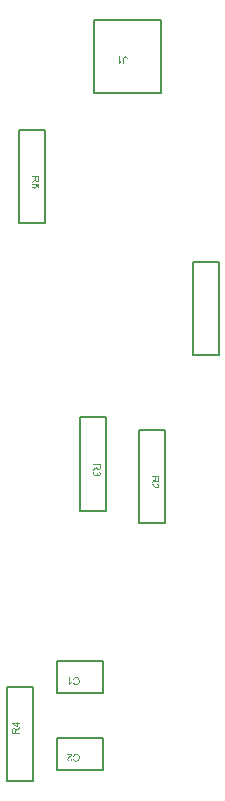
<source format=gbr>
G04*
G04 #@! TF.GenerationSoftware,Altium Limited,Altium Designer,22.4.2 (48)*
G04*
G04 Layer_Color=16711935*
%FSLAX44Y44*%
%MOMM*%
G71*
G04*
G04 #@! TF.SameCoordinates,FA8E5277-3887-454B-883E-EC14CB0092E5*
G04*
G04*
G04 #@! TF.FilePolarity,Positive*
G04*
G01*
G75*
%ADD10C,0.2000*%
G36*
X742685Y577331D02*
X744220D01*
Y576545D01*
X742685D01*
Y573762D01*
X741964D01*
X737822Y576693D01*
Y577331D01*
X741964D01*
Y578200D01*
X742685D01*
Y577331D01*
D02*
G37*
G36*
X744220Y572477D02*
X742889Y571636D01*
X742879D01*
X742861Y571617D01*
X742833Y571599D01*
X742796Y571571D01*
X742695Y571506D01*
X742565Y571423D01*
X742427Y571321D01*
X742279Y571220D01*
X742140Y571118D01*
X742010Y571026D01*
X742001Y571016D01*
X741964Y570989D01*
X741909Y570942D01*
X741844Y570878D01*
X741705Y570739D01*
X741641Y570665D01*
X741585Y570591D01*
X741576Y570582D01*
X741567Y570563D01*
X741548Y570526D01*
X741520Y570471D01*
X741493Y570415D01*
X741465Y570351D01*
X741419Y570203D01*
Y570193D01*
X741409Y570175D01*
Y570138D01*
X741400Y570092D01*
X741391Y570027D01*
Y569953D01*
X741382Y569851D01*
Y568760D01*
X744220D01*
Y567910D01*
X737822D01*
Y570878D01*
X737831Y570952D01*
Y571035D01*
X737841Y571229D01*
X737868Y571432D01*
X737896Y571654D01*
X737942Y571858D01*
X737970Y571959D01*
X737998Y572043D01*
Y572052D01*
X738007Y572061D01*
X738035Y572117D01*
X738072Y572200D01*
X738137Y572301D01*
X738220Y572412D01*
X738331Y572533D01*
X738460Y572644D01*
X738608Y572755D01*
X738617D01*
X738626Y572764D01*
X738682Y572801D01*
X738774Y572838D01*
X738895Y572893D01*
X739033Y572939D01*
X739200Y572986D01*
X739375Y573013D01*
X739570Y573023D01*
X739579D01*
X739597D01*
X739634D01*
X739680Y573013D01*
X739745D01*
X739810Y573004D01*
X739967Y572967D01*
X740152Y572912D01*
X740346Y572838D01*
X740540Y572727D01*
X740633Y572653D01*
X740725Y572579D01*
X740734Y572570D01*
X740744Y572560D01*
X740771Y572533D01*
X740799Y572496D01*
X740836Y572449D01*
X740873Y572394D01*
X740919Y572320D01*
X740975Y572246D01*
X741021Y572154D01*
X741067Y572052D01*
X741123Y571941D01*
X741169Y571821D01*
X741206Y571682D01*
X741252Y571543D01*
X741280Y571386D01*
X741308Y571220D01*
X741317Y571238D01*
X741336Y571275D01*
X741373Y571331D01*
X741409Y571405D01*
X741511Y571571D01*
X741576Y571654D01*
X741631Y571728D01*
X741650Y571747D01*
X741696Y571793D01*
X741770Y571867D01*
X741862Y571959D01*
X741992Y572061D01*
X742131Y572181D01*
X742297Y572301D01*
X742482Y572431D01*
X744220Y573531D01*
Y572477D01*
D02*
G37*
G36*
X760889Y1037162D02*
X760880Y1037088D01*
Y1037005D01*
X760870Y1036811D01*
X760843Y1036608D01*
X760815Y1036386D01*
X760769Y1036182D01*
X760741Y1036080D01*
X760713Y1035997D01*
Y1035988D01*
X760704Y1035979D01*
X760676Y1035923D01*
X760639Y1035840D01*
X760574Y1035738D01*
X760491Y1035628D01*
X760380Y1035507D01*
X760251Y1035396D01*
X760103Y1035285D01*
X760094D01*
X760084Y1035276D01*
X760029Y1035239D01*
X759937Y1035202D01*
X759816Y1035147D01*
X759678Y1035100D01*
X759511Y1035054D01*
X759335Y1035026D01*
X759141Y1035017D01*
X759132D01*
X759114D01*
X759077D01*
X759030Y1035026D01*
X758966D01*
X758901Y1035036D01*
X758744Y1035073D01*
X758559Y1035128D01*
X758365Y1035202D01*
X758171Y1035313D01*
X758078Y1035387D01*
X757986Y1035461D01*
X757976Y1035470D01*
X757967Y1035480D01*
X757939Y1035507D01*
X757912Y1035544D01*
X757875Y1035591D01*
X757838Y1035646D01*
X757792Y1035720D01*
X757736Y1035794D01*
X757690Y1035886D01*
X757644Y1035988D01*
X757588Y1036099D01*
X757542Y1036219D01*
X757505Y1036358D01*
X757459Y1036497D01*
X757431Y1036654D01*
X757403Y1036820D01*
X757394Y1036802D01*
X757375Y1036765D01*
X757338Y1036709D01*
X757301Y1036635D01*
X757200Y1036469D01*
X757135Y1036386D01*
X757080Y1036312D01*
X757061Y1036293D01*
X757015Y1036247D01*
X756941Y1036173D01*
X756848Y1036080D01*
X756719Y1035979D01*
X756580Y1035859D01*
X756414Y1035738D01*
X756229Y1035609D01*
X754491Y1034509D01*
Y1035563D01*
X755822Y1036404D01*
X755831D01*
X755850Y1036423D01*
X755878Y1036441D01*
X755915Y1036469D01*
X756016Y1036534D01*
X756146Y1036617D01*
X756284Y1036718D01*
X756432Y1036820D01*
X756571Y1036922D01*
X756701Y1037014D01*
X756710Y1037024D01*
X756747Y1037051D01*
X756802Y1037097D01*
X756867Y1037162D01*
X757006Y1037301D01*
X757070Y1037375D01*
X757126Y1037449D01*
X757135Y1037458D01*
X757144Y1037477D01*
X757163Y1037514D01*
X757190Y1037569D01*
X757218Y1037625D01*
X757246Y1037689D01*
X757292Y1037837D01*
Y1037846D01*
X757301Y1037865D01*
Y1037902D01*
X757311Y1037948D01*
X757320Y1038013D01*
Y1038087D01*
X757329Y1038188D01*
Y1039279D01*
X754491D01*
Y1040130D01*
X760889D01*
Y1037162D01*
D02*
G37*
G36*
X756229Y1033187D02*
X756220D01*
X756201D01*
X756173Y1033177D01*
X756127Y1033168D01*
X756026Y1033140D01*
X755887Y1033103D01*
X755748Y1033048D01*
X755591Y1032974D01*
X755452Y1032881D01*
X755323Y1032771D01*
X755314Y1032752D01*
X755277Y1032715D01*
X755230Y1032641D01*
X755175Y1032539D01*
X755119Y1032429D01*
X755073Y1032290D01*
X755036Y1032133D01*
X755027Y1031957D01*
Y1031901D01*
X755036Y1031864D01*
X755046Y1031754D01*
X755082Y1031624D01*
X755129Y1031467D01*
X755203Y1031310D01*
X755314Y1031143D01*
X755378Y1031069D01*
X755452Y1030995D01*
X755462Y1030986D01*
X755471Y1030977D01*
X755499Y1030958D01*
X755526Y1030931D01*
X755628Y1030866D01*
X755758Y1030792D01*
X755915Y1030727D01*
X756109Y1030663D01*
X756340Y1030616D01*
X756460Y1030598D01*
X756590D01*
X756599D01*
X756617D01*
X756654D01*
X756701Y1030607D01*
X756756D01*
X756821Y1030616D01*
X756969Y1030644D01*
X757144Y1030690D01*
X757320Y1030755D01*
X757486Y1030847D01*
X757644Y1030977D01*
X757653D01*
X757662Y1030995D01*
X757708Y1031042D01*
X757773Y1031125D01*
X757847Y1031236D01*
X757912Y1031384D01*
X757976Y1031550D01*
X758023Y1031744D01*
X758041Y1031855D01*
Y1032031D01*
X758032Y1032105D01*
X758023Y1032197D01*
X757995Y1032308D01*
X757967Y1032419D01*
X757921Y1032539D01*
X757866Y1032660D01*
X757856Y1032669D01*
X757838Y1032706D01*
X757792Y1032761D01*
X757745Y1032835D01*
X757681Y1032909D01*
X757597Y1032983D01*
X757514Y1033066D01*
X757412Y1033131D01*
X757514Y1033871D01*
X760806Y1033251D01*
Y1030071D01*
X760057D01*
Y1032632D01*
X758328Y1032974D01*
X758337Y1032965D01*
X758346Y1032946D01*
X758365Y1032918D01*
X758392Y1032872D01*
X758420Y1032817D01*
X758457Y1032752D01*
X758531Y1032604D01*
X758605Y1032419D01*
X758670Y1032216D01*
X758716Y1031994D01*
X758735Y1031883D01*
Y1031680D01*
X758725Y1031624D01*
X758716Y1031550D01*
X758707Y1031467D01*
X758688Y1031375D01*
X758661Y1031273D01*
X758596Y1031051D01*
X758550Y1030931D01*
X758485Y1030810D01*
X758420Y1030690D01*
X758346Y1030570D01*
X758254Y1030459D01*
X758152Y1030348D01*
X758143Y1030339D01*
X758124Y1030321D01*
X758097Y1030293D01*
X758050Y1030256D01*
X757986Y1030210D01*
X757921Y1030163D01*
X757838Y1030108D01*
X757745Y1030052D01*
X757644Y1030006D01*
X757533Y1029951D01*
X757403Y1029904D01*
X757274Y1029858D01*
X757135Y1029821D01*
X756978Y1029793D01*
X756821Y1029775D01*
X756654Y1029766D01*
X756645D01*
X756617D01*
X756571D01*
X756506Y1029775D01*
X756432Y1029784D01*
X756349Y1029793D01*
X756247Y1029812D01*
X756146Y1029830D01*
X755905Y1029886D01*
X755656Y1029978D01*
X755526Y1030034D01*
X755406Y1030108D01*
X755277Y1030182D01*
X755156Y1030274D01*
X755147Y1030284D01*
X755119Y1030302D01*
X755082Y1030339D01*
X755036Y1030385D01*
X754981Y1030450D01*
X754907Y1030524D01*
X754842Y1030616D01*
X754768Y1030718D01*
X754694Y1030829D01*
X754630Y1030958D01*
X754565Y1031097D01*
X754500Y1031245D01*
X754454Y1031402D01*
X754417Y1031578D01*
X754389Y1031763D01*
X754380Y1031957D01*
Y1032040D01*
X754389Y1032105D01*
X754398Y1032179D01*
X754408Y1032262D01*
X754417Y1032364D01*
X754445Y1032466D01*
X754500Y1032697D01*
X754583Y1032928D01*
X754639Y1033048D01*
X754704Y1033168D01*
X754777Y1033279D01*
X754861Y1033390D01*
X754870Y1033399D01*
X754879Y1033418D01*
X754916Y1033436D01*
X754953Y1033473D01*
X754999Y1033520D01*
X755055Y1033566D01*
X755129Y1033621D01*
X755212Y1033667D01*
X755295Y1033723D01*
X755397Y1033778D01*
X755619Y1033880D01*
X755878Y1033963D01*
X756016Y1033991D01*
X756164Y1034009D01*
X756229Y1033187D01*
D02*
G37*
G36*
X792391Y615941D02*
X792474D01*
X792576Y615932D01*
X792687Y615913D01*
X792816Y615895D01*
X793084Y615848D01*
X793362Y615774D01*
X793639Y615673D01*
X793768Y615608D01*
X793898Y615534D01*
X793907Y615525D01*
X793926Y615516D01*
X793963Y615488D01*
X794000Y615451D01*
X794055Y615414D01*
X794120Y615358D01*
X794194Y615294D01*
X794268Y615220D01*
X794342Y615136D01*
X794425Y615053D01*
X794591Y614841D01*
X794749Y614591D01*
X794887Y614314D01*
Y614304D01*
X794906Y614277D01*
X794915Y614230D01*
X794943Y614175D01*
X794961Y614101D01*
X794989Y614008D01*
X795026Y613907D01*
X795054Y613796D01*
X795081Y613676D01*
X795118Y613537D01*
X795165Y613250D01*
X795202Y612927D01*
X795220Y612594D01*
Y612585D01*
Y612548D01*
Y612492D01*
X795211Y612427D01*
Y612335D01*
X795202Y612243D01*
X795192Y612122D01*
X795174Y612002D01*
X795128Y611734D01*
X795063Y611438D01*
X794970Y611142D01*
X794841Y610856D01*
X794832Y610846D01*
X794822Y610819D01*
X794804Y610782D01*
X794767Y610736D01*
X794730Y610671D01*
X794684Y610597D01*
X794564Y610430D01*
X794407Y610246D01*
X794222Y610061D01*
X794009Y609876D01*
X793759Y609719D01*
X793750Y609709D01*
X793722Y609700D01*
X793685Y609682D01*
X793639Y609654D01*
X793565Y609626D01*
X793491Y609598D01*
X793399Y609561D01*
X793297Y609524D01*
X793186Y609487D01*
X793066Y609450D01*
X792807Y609395D01*
X792511Y609349D01*
X792206Y609330D01*
X792114D01*
X792049Y609339D01*
X791966Y609349D01*
X791864Y609358D01*
X791762Y609367D01*
X791642Y609395D01*
X791392Y609450D01*
X791115Y609534D01*
X790976Y609589D01*
X790847Y609654D01*
X790717Y609737D01*
X790588Y609820D01*
X790579Y609829D01*
X790560Y609839D01*
X790523Y609866D01*
X790477Y609913D01*
X790431Y609959D01*
X790366Y610024D01*
X790301Y610098D01*
X790228Y610172D01*
X790154Y610264D01*
X790079Y610375D01*
X789996Y610486D01*
X789922Y610606D01*
X789858Y610745D01*
X789784Y610883D01*
X789728Y611031D01*
X789673Y611198D01*
X790505Y611392D01*
Y611383D01*
X790514Y611364D01*
X790533Y611327D01*
X790551Y611281D01*
X790570Y611226D01*
X790597Y611152D01*
X790671Y611004D01*
X790764Y610837D01*
X790875Y610671D01*
X791013Y610514D01*
X791161Y610375D01*
X791180Y610356D01*
X791235Y610320D01*
X791328Y610273D01*
X791448Y610209D01*
X791605Y610153D01*
X791781Y610098D01*
X791993Y610061D01*
X792225Y610051D01*
X792299D01*
X792345Y610061D01*
X792409D01*
X792483Y610070D01*
X792659Y610098D01*
X792853Y610135D01*
X793057Y610199D01*
X793269Y610292D01*
X793463Y610412D01*
X793473D01*
X793482Y610430D01*
X793547Y610477D01*
X793630Y610551D01*
X793732Y610662D01*
X793852Y610800D01*
X793963Y610957D01*
X794064Y611152D01*
X794157Y611364D01*
Y611373D01*
X794166Y611392D01*
X794175Y611420D01*
X794185Y611466D01*
X794203Y611521D01*
X794222Y611586D01*
X794249Y611743D01*
X794286Y611928D01*
X794323Y612132D01*
X794342Y612354D01*
X794351Y612594D01*
Y612603D01*
Y612631D01*
Y612677D01*
Y612733D01*
X794342Y612797D01*
Y612881D01*
X794333Y612973D01*
X794323Y613075D01*
X794296Y613297D01*
X794249Y613537D01*
X794194Y613777D01*
X794120Y614018D01*
Y614027D01*
X794111Y614045D01*
X794092Y614073D01*
X794074Y614119D01*
X794018Y614230D01*
X793935Y614360D01*
X793833Y614508D01*
X793704Y614665D01*
X793556Y614804D01*
X793380Y614933D01*
X793371D01*
X793353Y614942D01*
X793325Y614961D01*
X793288Y614979D01*
X793242Y614998D01*
X793186Y615025D01*
X793057Y615081D01*
X792890Y615136D01*
X792705Y615183D01*
X792502Y615220D01*
X792289Y615229D01*
X792225D01*
X792169Y615220D01*
X792104D01*
X792040Y615210D01*
X791873Y615173D01*
X791679Y615127D01*
X791485Y615053D01*
X791282Y614952D01*
X791180Y614896D01*
X791087Y614822D01*
X791078Y614813D01*
X791069Y614804D01*
X791041Y614776D01*
X791004Y614748D01*
X790967Y614702D01*
X790921Y614646D01*
X790865Y614591D01*
X790819Y614517D01*
X790764Y614434D01*
X790699Y614341D01*
X790643Y614249D01*
X790588Y614138D01*
X790542Y614018D01*
X790496Y613888D01*
X790449Y613750D01*
X790412Y613602D01*
X789562Y613814D01*
Y613824D01*
X789571Y613861D01*
X789589Y613916D01*
X789617Y613990D01*
X789645Y614073D01*
X789682Y614175D01*
X789728Y614286D01*
X789784Y614406D01*
X789913Y614665D01*
X790079Y614924D01*
X790181Y615053D01*
X790283Y615183D01*
X790394Y615294D01*
X790523Y615405D01*
X790533Y615414D01*
X790551Y615432D01*
X790597Y615451D01*
X790643Y615488D01*
X790717Y615534D01*
X790791Y615580D01*
X790893Y615626D01*
X790995Y615673D01*
X791115Y615728D01*
X791245Y615774D01*
X791383Y615821D01*
X791531Y615867D01*
X791688Y615904D01*
X791855Y615922D01*
X792030Y615941D01*
X792215Y615950D01*
X792317D01*
X792391Y615941D01*
D02*
G37*
G36*
X786668Y610837D02*
X786677Y610846D01*
X786723Y610883D01*
X786779Y610939D01*
X786871Y611004D01*
X786973Y611087D01*
X787102Y611179D01*
X787250Y611281D01*
X787417Y611383D01*
X787426D01*
X787435Y611392D01*
X787491Y611429D01*
X787583Y611475D01*
X787694Y611531D01*
X787824Y611595D01*
X787962Y611660D01*
X788101Y611725D01*
X788240Y611780D01*
Y611022D01*
X788230D01*
X788212Y611004D01*
X788175Y610994D01*
X788129Y610967D01*
X788073Y610939D01*
X788008Y610902D01*
X787851Y610810D01*
X787666Y610708D01*
X787482Y610578D01*
X787287Y610430D01*
X787093Y610273D01*
X787084Y610264D01*
X787075Y610255D01*
X787047Y610227D01*
X787010Y610199D01*
X786927Y610107D01*
X786816Y609996D01*
X786705Y609866D01*
X786585Y609719D01*
X786483Y609571D01*
X786391Y609413D01*
X785882D01*
Y615839D01*
X786668D01*
Y610837D01*
D02*
G37*
G36*
X792391Y551171D02*
X792474D01*
X792576Y551162D01*
X792687Y551143D01*
X792816Y551125D01*
X793084Y551078D01*
X793362Y551004D01*
X793639Y550903D01*
X793768Y550838D01*
X793898Y550764D01*
X793907Y550755D01*
X793926Y550746D01*
X793963Y550718D01*
X794000Y550681D01*
X794055Y550644D01*
X794120Y550588D01*
X794194Y550524D01*
X794268Y550450D01*
X794342Y550367D01*
X794425Y550283D01*
X794591Y550071D01*
X794749Y549821D01*
X794887Y549544D01*
Y549534D01*
X794906Y549507D01*
X794915Y549460D01*
X794943Y549405D01*
X794961Y549331D01*
X794989Y549239D01*
X795026Y549137D01*
X795054Y549026D01*
X795081Y548906D01*
X795118Y548767D01*
X795165Y548480D01*
X795202Y548157D01*
X795220Y547824D01*
Y547815D01*
Y547778D01*
Y547722D01*
X795211Y547658D01*
Y547565D01*
X795202Y547473D01*
X795192Y547352D01*
X795174Y547232D01*
X795128Y546964D01*
X795063Y546668D01*
X794970Y546372D01*
X794841Y546086D01*
X794832Y546077D01*
X794822Y546049D01*
X794804Y546012D01*
X794767Y545966D01*
X794730Y545901D01*
X794684Y545827D01*
X794564Y545661D01*
X794407Y545476D01*
X794222Y545291D01*
X794009Y545106D01*
X793759Y544949D01*
X793750Y544939D01*
X793722Y544930D01*
X793685Y544912D01*
X793639Y544884D01*
X793565Y544856D01*
X793491Y544828D01*
X793399Y544791D01*
X793297Y544754D01*
X793186Y544717D01*
X793066Y544680D01*
X792807Y544625D01*
X792511Y544579D01*
X792206Y544560D01*
X792114D01*
X792049Y544570D01*
X791966Y544579D01*
X791864Y544588D01*
X791762Y544597D01*
X791642Y544625D01*
X791392Y544680D01*
X791115Y544764D01*
X790976Y544819D01*
X790847Y544884D01*
X790717Y544967D01*
X790588Y545050D01*
X790579Y545060D01*
X790560Y545069D01*
X790523Y545097D01*
X790477Y545143D01*
X790431Y545189D01*
X790366Y545254D01*
X790301Y545328D01*
X790228Y545402D01*
X790154Y545494D01*
X790079Y545605D01*
X789996Y545716D01*
X789922Y545836D01*
X789858Y545975D01*
X789784Y546114D01*
X789728Y546261D01*
X789673Y546428D01*
X790505Y546622D01*
Y546613D01*
X790514Y546594D01*
X790533Y546557D01*
X790551Y546511D01*
X790570Y546456D01*
X790597Y546382D01*
X790671Y546234D01*
X790764Y546067D01*
X790875Y545901D01*
X791013Y545744D01*
X791161Y545605D01*
X791180Y545587D01*
X791235Y545550D01*
X791328Y545503D01*
X791448Y545439D01*
X791605Y545383D01*
X791781Y545328D01*
X791993Y545291D01*
X792225Y545281D01*
X792299D01*
X792345Y545291D01*
X792409D01*
X792483Y545300D01*
X792659Y545328D01*
X792853Y545365D01*
X793057Y545429D01*
X793269Y545522D01*
X793463Y545642D01*
X793473D01*
X793482Y545661D01*
X793547Y545707D01*
X793630Y545781D01*
X793732Y545892D01*
X793852Y546030D01*
X793963Y546188D01*
X794064Y546382D01*
X794157Y546594D01*
Y546604D01*
X794166Y546622D01*
X794175Y546650D01*
X794185Y546696D01*
X794203Y546751D01*
X794222Y546816D01*
X794249Y546973D01*
X794286Y547158D01*
X794323Y547362D01*
X794342Y547584D01*
X794351Y547824D01*
Y547833D01*
Y547861D01*
Y547907D01*
Y547963D01*
X794342Y548027D01*
Y548111D01*
X794333Y548203D01*
X794323Y548305D01*
X794296Y548527D01*
X794249Y548767D01*
X794194Y549007D01*
X794120Y549248D01*
Y549257D01*
X794111Y549276D01*
X794092Y549303D01*
X794074Y549349D01*
X794018Y549460D01*
X793935Y549590D01*
X793833Y549738D01*
X793704Y549895D01*
X793556Y550034D01*
X793380Y550163D01*
X793371D01*
X793353Y550172D01*
X793325Y550191D01*
X793288Y550209D01*
X793242Y550228D01*
X793186Y550256D01*
X793057Y550311D01*
X792890Y550367D01*
X792705Y550413D01*
X792502Y550450D01*
X792289Y550459D01*
X792225D01*
X792169Y550450D01*
X792104D01*
X792040Y550440D01*
X791873Y550403D01*
X791679Y550357D01*
X791485Y550283D01*
X791282Y550182D01*
X791180Y550126D01*
X791087Y550052D01*
X791078Y550043D01*
X791069Y550034D01*
X791041Y550006D01*
X791004Y549978D01*
X790967Y549932D01*
X790921Y549876D01*
X790865Y549821D01*
X790819Y549747D01*
X790764Y549664D01*
X790699Y549571D01*
X790643Y549479D01*
X790588Y549368D01*
X790542Y549248D01*
X790496Y549118D01*
X790449Y548980D01*
X790412Y548832D01*
X789562Y549044D01*
Y549054D01*
X789571Y549091D01*
X789589Y549146D01*
X789617Y549220D01*
X789645Y549303D01*
X789682Y549405D01*
X789728Y549516D01*
X789784Y549636D01*
X789913Y549895D01*
X790079Y550154D01*
X790181Y550283D01*
X790283Y550413D01*
X790394Y550524D01*
X790523Y550635D01*
X790533Y550644D01*
X790551Y550662D01*
X790597Y550681D01*
X790643Y550718D01*
X790717Y550764D01*
X790791Y550810D01*
X790893Y550857D01*
X790995Y550903D01*
X791115Y550958D01*
X791245Y551004D01*
X791383Y551051D01*
X791531Y551097D01*
X791688Y551134D01*
X791855Y551152D01*
X792030Y551171D01*
X792215Y551180D01*
X792317D01*
X792391Y551171D01*
D02*
G37*
G36*
X788952Y551060D02*
Y551023D01*
Y550967D01*
X788942Y550894D01*
X788933Y550810D01*
X788915Y550718D01*
X788896Y550625D01*
X788859Y550524D01*
Y550514D01*
X788850Y550505D01*
X788831Y550450D01*
X788794Y550367D01*
X788739Y550256D01*
X788665Y550126D01*
X788572Y549978D01*
X788471Y549830D01*
X788341Y549673D01*
Y549664D01*
X788323Y549655D01*
X788277Y549599D01*
X788193Y549516D01*
X788073Y549396D01*
X787934Y549257D01*
X787759Y549091D01*
X787546Y548906D01*
X787315Y548712D01*
X787306Y548702D01*
X787269Y548675D01*
X787213Y548628D01*
X787149Y548573D01*
X787066Y548499D01*
X786964Y548416D01*
X786862Y548323D01*
X786742Y548222D01*
X786511Y548000D01*
X786280Y547778D01*
X786169Y547667D01*
X786067Y547556D01*
X785975Y547454D01*
X785900Y547352D01*
Y547343D01*
X785882Y547334D01*
X785863Y547306D01*
X785845Y547269D01*
X785780Y547168D01*
X785706Y547047D01*
X785642Y546899D01*
X785577Y546742D01*
X785540Y546567D01*
X785521Y546400D01*
Y546391D01*
Y546382D01*
X785531Y546326D01*
X785540Y546234D01*
X785568Y546132D01*
X785605Y546003D01*
X785669Y545873D01*
X785753Y545744D01*
X785863Y545614D01*
X785882Y545596D01*
X785928Y545559D01*
X785993Y545513D01*
X786095Y545448D01*
X786224Y545392D01*
X786372Y545337D01*
X786548Y545300D01*
X786742Y545291D01*
X786797D01*
X786834Y545300D01*
X786945Y545309D01*
X787075Y545337D01*
X787213Y545374D01*
X787371Y545439D01*
X787518Y545522D01*
X787657Y545633D01*
X787676Y545651D01*
X787713Y545697D01*
X787768Y545771D01*
X787824Y545882D01*
X787888Y546012D01*
X787944Y546178D01*
X787981Y546363D01*
X787999Y546576D01*
X788804Y546493D01*
Y546483D01*
X788794Y546456D01*
Y546409D01*
X788785Y546345D01*
X788767Y546271D01*
X788748Y546188D01*
X788720Y546086D01*
X788693Y545984D01*
X788619Y545762D01*
X788508Y545540D01*
X788443Y545429D01*
X788360Y545318D01*
X788277Y545217D01*
X788184Y545124D01*
X788175Y545115D01*
X788156Y545106D01*
X788129Y545078D01*
X788083Y545050D01*
X788027Y545013D01*
X787962Y544976D01*
X787888Y544930D01*
X787796Y544884D01*
X787694Y544838D01*
X787583Y544791D01*
X787463Y544754D01*
X787334Y544717D01*
X787195Y544690D01*
X787047Y544662D01*
X786890Y544653D01*
X786723Y544643D01*
X786631D01*
X786566Y544653D01*
X786492Y544662D01*
X786400Y544671D01*
X786298Y544690D01*
X786196Y544708D01*
X785956Y544773D01*
X785716Y544865D01*
X785595Y544921D01*
X785475Y544986D01*
X785364Y545069D01*
X785263Y545161D01*
X785253Y545170D01*
X785235Y545180D01*
X785216Y545217D01*
X785179Y545254D01*
X785133Y545300D01*
X785087Y545365D01*
X785041Y545429D01*
X784985Y545513D01*
X784893Y545688D01*
X784800Y545910D01*
X784763Y546021D01*
X784745Y546151D01*
X784726Y546280D01*
X784717Y546419D01*
Y546437D01*
Y546483D01*
X784726Y546557D01*
X784736Y546659D01*
X784754Y546770D01*
X784791Y546899D01*
X784828Y547038D01*
X784883Y547177D01*
X784893Y547195D01*
X784911Y547242D01*
X784948Y547315D01*
X785004Y547417D01*
X785078Y547528D01*
X785170Y547667D01*
X785281Y547805D01*
X785411Y547963D01*
X785429Y547981D01*
X785475Y548037D01*
X785521Y548083D01*
X785568Y548129D01*
X785623Y548185D01*
X785697Y548259D01*
X785771Y548332D01*
X785863Y548416D01*
X785956Y548508D01*
X786067Y548610D01*
X786187Y548712D01*
X786317Y548832D01*
X786464Y548952D01*
X786612Y549081D01*
X786622Y549091D01*
X786640Y549109D01*
X786677Y549137D01*
X786723Y549174D01*
X786779Y549229D01*
X786844Y549285D01*
X786992Y549405D01*
X787149Y549544D01*
X787297Y549682D01*
X787426Y549803D01*
X787482Y549849D01*
X787528Y549895D01*
X787537Y549904D01*
X787565Y549932D01*
X787602Y549969D01*
X787648Y550024D01*
X787694Y550089D01*
X787750Y550154D01*
X787861Y550311D01*
X784708D01*
Y551069D01*
X788952D01*
Y551060D01*
D02*
G37*
G36*
X834079Y1141721D02*
X834153Y1141712D01*
X834227Y1141702D01*
X834421Y1141665D01*
X834625Y1141610D01*
X834837Y1141527D01*
X834948Y1141471D01*
X835050Y1141406D01*
X835142Y1141332D01*
X835235Y1141249D01*
X835244Y1141240D01*
X835253Y1141231D01*
X835272Y1141194D01*
X835300Y1141157D01*
X835337Y1141111D01*
X835374Y1141046D01*
X835410Y1140972D01*
X835457Y1140889D01*
X835494Y1140796D01*
X835531Y1140685D01*
X835568Y1140574D01*
X835605Y1140445D01*
X835623Y1140306D01*
X835651Y1140149D01*
X835660Y1139992D01*
Y1139816D01*
X834893Y1139705D01*
Y1139715D01*
Y1139733D01*
Y1139770D01*
X834883Y1139826D01*
X834874Y1139881D01*
Y1139946D01*
X834846Y1140103D01*
X834819Y1140269D01*
X834763Y1140436D01*
X834708Y1140584D01*
X834671Y1140648D01*
X834625Y1140704D01*
X834615Y1140713D01*
X834578Y1140741D01*
X834523Y1140787D01*
X834449Y1140833D01*
X834347Y1140889D01*
X834236Y1140926D01*
X834098Y1140963D01*
X833950Y1140972D01*
X833894D01*
X833839Y1140963D01*
X833755Y1140953D01*
X833672Y1140935D01*
X833580Y1140917D01*
X833487Y1140880D01*
X833395Y1140833D01*
X833386Y1140824D01*
X833358Y1140806D01*
X833321Y1140769D01*
X833266Y1140732D01*
X833219Y1140667D01*
X833164Y1140602D01*
X833118Y1140528D01*
X833081Y1140436D01*
Y1140426D01*
X833062Y1140389D01*
X833053Y1140325D01*
X833034Y1140241D01*
X833016Y1140131D01*
X833007Y1139992D01*
X832988Y1139826D01*
Y1139631D01*
Y1135221D01*
X832138D01*
Y1139585D01*
Y1139594D01*
Y1139622D01*
Y1139659D01*
Y1139715D01*
X832147Y1139789D01*
Y1139863D01*
X832165Y1140038D01*
X832184Y1140241D01*
X832221Y1140454D01*
X832276Y1140648D01*
X832341Y1140833D01*
Y1140843D01*
X832350Y1140852D01*
X832378Y1140907D01*
X832424Y1140981D01*
X832489Y1141083D01*
X832581Y1141185D01*
X832683Y1141295D01*
X832812Y1141406D01*
X832960Y1141499D01*
X832979Y1141508D01*
X833034Y1141536D01*
X833118Y1141573D01*
X833238Y1141610D01*
X833386Y1141656D01*
X833552Y1141693D01*
X833737Y1141721D01*
X833940Y1141730D01*
X834024D01*
X834079Y1141721D01*
D02*
G37*
G36*
X828902Y1136617D02*
X828911Y1136627D01*
X828957Y1136664D01*
X829013Y1136719D01*
X829105Y1136784D01*
X829207Y1136867D01*
X829336Y1136959D01*
X829484Y1137061D01*
X829650Y1137163D01*
X829660D01*
X829669Y1137172D01*
X829724Y1137209D01*
X829817Y1137255D01*
X829928Y1137311D01*
X830057Y1137375D01*
X830196Y1137440D01*
X830335Y1137505D01*
X830473Y1137560D01*
Y1136802D01*
X830464D01*
X830446Y1136784D01*
X830409Y1136774D01*
X830362Y1136747D01*
X830307Y1136719D01*
X830242Y1136682D01*
X830085Y1136590D01*
X829900Y1136488D01*
X829715Y1136358D01*
X829521Y1136210D01*
X829327Y1136053D01*
X829318Y1136044D01*
X829308Y1136035D01*
X829281Y1136007D01*
X829244Y1135979D01*
X829160Y1135887D01*
X829050Y1135776D01*
X828939Y1135647D01*
X828818Y1135499D01*
X828717Y1135351D01*
X828624Y1135193D01*
X828116D01*
Y1141619D01*
X828902D01*
Y1136617D01*
D02*
G37*
G36*
X862378Y783162D02*
X862369Y783088D01*
Y783005D01*
X862359Y782811D01*
X862332Y782607D01*
X862304Y782386D01*
X862258Y782182D01*
X862230Y782081D01*
X862202Y781997D01*
Y781988D01*
X862193Y781979D01*
X862165Y781923D01*
X862128Y781840D01*
X862064Y781738D01*
X861980Y781628D01*
X861869Y781507D01*
X861740Y781396D01*
X861592Y781285D01*
X861583D01*
X861573Y781276D01*
X861518Y781239D01*
X861425Y781202D01*
X861305Y781147D01*
X861167Y781100D01*
X861000Y781054D01*
X860825Y781027D01*
X860630Y781017D01*
X860621D01*
X860603D01*
X860566D01*
X860519Y781027D01*
X860455D01*
X860390Y781036D01*
X860233Y781073D01*
X860048Y781128D01*
X859854Y781202D01*
X859660Y781313D01*
X859567Y781387D01*
X859475Y781461D01*
X859465Y781470D01*
X859456Y781479D01*
X859428Y781507D01*
X859401Y781544D01*
X859364Y781590D01*
X859327Y781646D01*
X859281Y781720D01*
X859225Y781794D01*
X859179Y781886D01*
X859133Y781988D01*
X859077Y782099D01*
X859031Y782219D01*
X858994Y782358D01*
X858948Y782497D01*
X858920Y782654D01*
X858892Y782820D01*
X858883Y782802D01*
X858865Y782765D01*
X858828Y782709D01*
X858791Y782635D01*
X858689Y782469D01*
X858624Y782386D01*
X858569Y782312D01*
X858550Y782293D01*
X858504Y782247D01*
X858430Y782173D01*
X858337Y782081D01*
X858208Y781979D01*
X858069Y781859D01*
X857903Y781738D01*
X857718Y781609D01*
X855980Y780509D01*
Y781563D01*
X857311Y782404D01*
X857320D01*
X857339Y782423D01*
X857367Y782441D01*
X857404Y782469D01*
X857505Y782533D01*
X857635Y782617D01*
X857774Y782718D01*
X857921Y782820D01*
X858060Y782922D01*
X858190Y783014D01*
X858199Y783024D01*
X858236Y783051D01*
X858291Y783098D01*
X858356Y783162D01*
X858495Y783301D01*
X858559Y783375D01*
X858615Y783449D01*
X858624Y783458D01*
X858633Y783477D01*
X858652Y783514D01*
X858680Y783569D01*
X858707Y783624D01*
X858735Y783689D01*
X858781Y783837D01*
Y783846D01*
X858791Y783865D01*
Y783902D01*
X858800Y783948D01*
X858809Y784013D01*
Y784087D01*
X858818Y784189D01*
Y785279D01*
X855980D01*
Y786130D01*
X862378D01*
Y783162D01*
D02*
G37*
G36*
X856155Y780111D02*
X856239Y780102D01*
X856331Y780083D01*
X856424Y780065D01*
X856525Y780028D01*
X856535D01*
X856544Y780019D01*
X856599Y780000D01*
X856683Y779963D01*
X856794Y779908D01*
X856923Y779834D01*
X857071Y779741D01*
X857219Y779640D01*
X857376Y779510D01*
X857385D01*
X857394Y779492D01*
X857450Y779445D01*
X857533Y779362D01*
X857653Y779242D01*
X857792Y779103D01*
X857958Y778928D01*
X858143Y778715D01*
X858337Y778484D01*
X858347Y778475D01*
X858374Y778438D01*
X858421Y778382D01*
X858476Y778317D01*
X858550Y778234D01*
X858633Y778133D01*
X858726Y778031D01*
X858828Y777911D01*
X859049Y777680D01*
X859271Y777449D01*
X859382Y777337D01*
X859493Y777236D01*
X859595Y777143D01*
X859697Y777069D01*
X859706D01*
X859715Y777051D01*
X859743Y777032D01*
X859780Y777014D01*
X859882Y776949D01*
X860002Y776875D01*
X860150Y776811D01*
X860307Y776746D01*
X860482Y776709D01*
X860649Y776690D01*
X860658D01*
X860667D01*
X860723Y776700D01*
X860815Y776709D01*
X860917Y776737D01*
X861047Y776774D01*
X861176Y776838D01*
X861305Y776921D01*
X861435Y777032D01*
X861453Y777051D01*
X861490Y777097D01*
X861536Y777162D01*
X861601Y777263D01*
X861657Y777393D01*
X861712Y777541D01*
X861749Y777717D01*
X861758Y777911D01*
Y777966D01*
X861749Y778003D01*
X861740Y778114D01*
X861712Y778244D01*
X861675Y778382D01*
X861610Y778539D01*
X861527Y778687D01*
X861416Y778826D01*
X861398Y778845D01*
X861352Y778882D01*
X861278Y778937D01*
X861167Y778992D01*
X861037Y779057D01*
X860871Y779113D01*
X860686Y779150D01*
X860473Y779168D01*
X860556Y779973D01*
X860566D01*
X860593Y779963D01*
X860640D01*
X860704Y779954D01*
X860778Y779936D01*
X860862Y779917D01*
X860963Y779889D01*
X861065Y779862D01*
X861287Y779788D01*
X861509Y779677D01*
X861620Y779612D01*
X861731Y779529D01*
X861832Y779445D01*
X861925Y779353D01*
X861934Y779344D01*
X861943Y779325D01*
X861971Y779298D01*
X861999Y779251D01*
X862036Y779196D01*
X862073Y779131D01*
X862119Y779057D01*
X862165Y778965D01*
X862211Y778863D01*
X862258Y778752D01*
X862295Y778632D01*
X862332Y778503D01*
X862359Y778364D01*
X862387Y778216D01*
X862396Y778059D01*
X862406Y777892D01*
Y777800D01*
X862396Y777735D01*
X862387Y777661D01*
X862378Y777569D01*
X862359Y777467D01*
X862341Y777365D01*
X862276Y777125D01*
X862184Y776885D01*
X862128Y776764D01*
X862064Y776644D01*
X861980Y776533D01*
X861888Y776431D01*
X861879Y776422D01*
X861869Y776404D01*
X861832Y776385D01*
X861795Y776348D01*
X861749Y776302D01*
X861684Y776256D01*
X861620Y776209D01*
X861536Y776154D01*
X861361Y776062D01*
X861139Y775969D01*
X861028Y775932D01*
X860899Y775914D01*
X860769Y775895D01*
X860630Y775886D01*
X860612D01*
X860566D01*
X860492Y775895D01*
X860390Y775904D01*
X860279Y775923D01*
X860150Y775960D01*
X860011Y775997D01*
X859872Y776052D01*
X859854Y776062D01*
X859808Y776080D01*
X859734Y776117D01*
X859632Y776173D01*
X859521Y776246D01*
X859382Y776339D01*
X859244Y776450D01*
X859086Y776579D01*
X859068Y776598D01*
X859012Y776644D01*
X858966Y776690D01*
X858920Y776737D01*
X858865Y776792D01*
X858791Y776866D01*
X858717Y776940D01*
X858633Y777032D01*
X858541Y777125D01*
X858439Y777236D01*
X858337Y777356D01*
X858217Y777485D01*
X858097Y777633D01*
X857968Y777781D01*
X857958Y777791D01*
X857940Y777809D01*
X857912Y777846D01*
X857875Y777892D01*
X857820Y777948D01*
X857764Y778012D01*
X857644Y778160D01*
X857505Y778317D01*
X857367Y778465D01*
X857246Y778595D01*
X857200Y778650D01*
X857154Y778697D01*
X857145Y778706D01*
X857117Y778734D01*
X857080Y778771D01*
X857025Y778817D01*
X856960Y778863D01*
X856895Y778919D01*
X856738Y779029D01*
Y775877D01*
X855980D01*
Y780120D01*
X855989D01*
X856026D01*
X856082D01*
X856155Y780111D01*
D02*
G37*
G36*
X812959Y793542D02*
X812950Y793468D01*
Y793385D01*
X812940Y793191D01*
X812913Y792988D01*
X812885Y792766D01*
X812839Y792562D01*
X812811Y792460D01*
X812783Y792377D01*
Y792368D01*
X812774Y792359D01*
X812746Y792303D01*
X812709Y792220D01*
X812645Y792118D01*
X812561Y792008D01*
X812450Y791887D01*
X812321Y791776D01*
X812173Y791665D01*
X812164D01*
X812154Y791656D01*
X812099Y791619D01*
X812007Y791582D01*
X811886Y791527D01*
X811748Y791480D01*
X811581Y791434D01*
X811405Y791406D01*
X811211Y791397D01*
X811202D01*
X811184D01*
X811147D01*
X811100Y791406D01*
X811036D01*
X810971Y791416D01*
X810814Y791453D01*
X810629Y791508D01*
X810435Y791582D01*
X810241Y791693D01*
X810148Y791767D01*
X810056Y791841D01*
X810046Y791850D01*
X810037Y791860D01*
X810010Y791887D01*
X809982Y791924D01*
X809945Y791971D01*
X809908Y792026D01*
X809862Y792100D01*
X809806Y792174D01*
X809760Y792266D01*
X809714Y792368D01*
X809658Y792479D01*
X809612Y792599D01*
X809575Y792738D01*
X809529Y792877D01*
X809501Y793034D01*
X809473Y793200D01*
X809464Y793182D01*
X809445Y793145D01*
X809408Y793089D01*
X809371Y793015D01*
X809270Y792849D01*
X809205Y792766D01*
X809150Y792692D01*
X809131Y792673D01*
X809085Y792627D01*
X809011Y792553D01*
X808919Y792460D01*
X808789Y792359D01*
X808650Y792239D01*
X808484Y792118D01*
X808299Y791989D01*
X806561Y790889D01*
Y791943D01*
X807892Y792784D01*
X807902D01*
X807920Y792803D01*
X807948Y792821D01*
X807985Y792849D01*
X808086Y792914D01*
X808216Y792997D01*
X808354Y793099D01*
X808502Y793200D01*
X808641Y793302D01*
X808771Y793394D01*
X808780Y793404D01*
X808817Y793431D01*
X808872Y793477D01*
X808937Y793542D01*
X809076Y793681D01*
X809140Y793755D01*
X809196Y793829D01*
X809205Y793838D01*
X809214Y793857D01*
X809233Y793894D01*
X809261Y793949D01*
X809288Y794005D01*
X809316Y794069D01*
X809362Y794217D01*
Y794226D01*
X809371Y794245D01*
Y794282D01*
X809381Y794328D01*
X809390Y794393D01*
Y794467D01*
X809399Y794568D01*
Y795659D01*
X806561D01*
Y796510D01*
X812959D01*
Y793542D01*
D02*
G37*
G36*
X808354Y789594D02*
X808345D01*
X808327Y789585D01*
X808290Y789576D01*
X808243Y789567D01*
X808188Y789557D01*
X808123Y789539D01*
X807985Y789493D01*
X807818Y789428D01*
X807661Y789345D01*
X807513Y789252D01*
X807384Y789141D01*
X807374Y789123D01*
X807337Y789086D01*
X807291Y789012D01*
X807245Y788920D01*
X807189Y788809D01*
X807143Y788670D01*
X807106Y788513D01*
X807097Y788346D01*
Y788291D01*
X807106Y788254D01*
X807116Y788152D01*
X807143Y788023D01*
X807189Y787875D01*
X807254Y787718D01*
X807347Y787560D01*
X807476Y787412D01*
X807495Y787394D01*
X807550Y787348D01*
X807633Y787292D01*
X807744Y787218D01*
X807883Y787144D01*
X808040Y787089D01*
X808225Y787043D01*
X808428Y787024D01*
X808438D01*
X808456D01*
X808484D01*
X808521Y787033D01*
X808623Y787043D01*
X808743Y787070D01*
X808891Y787107D01*
X809039Y787172D01*
X809187Y787264D01*
X809325Y787385D01*
X809344Y787403D01*
X809381Y787449D01*
X809436Y787523D01*
X809501Y787625D01*
X809566Y787755D01*
X809621Y787912D01*
X809658Y788087D01*
X809677Y788281D01*
Y788365D01*
X809667Y788429D01*
X809658Y788513D01*
X809640Y788605D01*
X809621Y788716D01*
X809593Y788836D01*
X810287Y788744D01*
Y788698D01*
X810278Y788661D01*
Y788540D01*
X810296Y788439D01*
X810315Y788318D01*
X810342Y788180D01*
X810388Y788023D01*
X810453Y787875D01*
X810536Y787718D01*
Y787708D01*
X810546Y787699D01*
X810583Y787653D01*
X810647Y787588D01*
X810731Y787514D01*
X810851Y787440D01*
X810990Y787375D01*
X811147Y787329D01*
X811239Y787311D01*
X811341D01*
X811350D01*
X811359D01*
X811415D01*
X811489Y787329D01*
X811590Y787348D01*
X811701Y787385D01*
X811822Y787431D01*
X811942Y787505D01*
X812053Y787607D01*
X812062Y787616D01*
X812099Y787662D01*
X812145Y787727D01*
X812201Y787810D01*
X812247Y787921D01*
X812293Y788050D01*
X812330Y788198D01*
X812339Y788365D01*
Y788439D01*
X812321Y788522D01*
X812302Y788633D01*
X812265Y788753D01*
X812219Y788873D01*
X812145Y789003D01*
X812053Y789123D01*
X812044Y789132D01*
X811997Y789169D01*
X811933Y789225D01*
X811840Y789289D01*
X811720Y789354D01*
X811572Y789419D01*
X811396Y789474D01*
X811193Y789511D01*
X811332Y790297D01*
X811341D01*
X811369Y790288D01*
X811405Y790279D01*
X811461Y790269D01*
X811526Y790251D01*
X811600Y790223D01*
X811775Y790168D01*
X811979Y790075D01*
X812182Y789964D01*
X812376Y789826D01*
X812552Y789650D01*
X812561Y789641D01*
X812570Y789622D01*
X812589Y789594D01*
X812617Y789557D01*
X812654Y789511D01*
X812691Y789446D01*
X812728Y789382D01*
X812774Y789298D01*
X812848Y789114D01*
X812922Y788901D01*
X812968Y788651D01*
X812987Y788522D01*
Y788291D01*
X812977Y788189D01*
X812959Y788069D01*
X812931Y787921D01*
X812885Y787755D01*
X812829Y787588D01*
X812755Y787422D01*
Y787412D01*
X812746Y787403D01*
X812718Y787348D01*
X812663Y787264D01*
X812598Y787172D01*
X812506Y787061D01*
X812404Y786950D01*
X812284Y786839D01*
X812145Y786747D01*
X812127Y786738D01*
X812081Y786710D01*
X811997Y786673D01*
X811896Y786627D01*
X811775Y786580D01*
X811637Y786543D01*
X811479Y786516D01*
X811322Y786506D01*
X811304D01*
X811248D01*
X811174Y786516D01*
X811073Y786534D01*
X810953Y786562D01*
X810823Y786608D01*
X810694Y786664D01*
X810564Y786738D01*
X810546Y786747D01*
X810509Y786775D01*
X810444Y786830D01*
X810370Y786904D01*
X810287Y786996D01*
X810194Y787107D01*
X810111Y787237D01*
X810028Y787394D01*
Y787385D01*
X810019Y787366D01*
X810010Y787338D01*
X810000Y787301D01*
X809963Y787200D01*
X809908Y787070D01*
X809834Y786922D01*
X809741Y786775D01*
X809621Y786636D01*
X809482Y786506D01*
X809464Y786497D01*
X809408Y786460D01*
X809316Y786405D01*
X809196Y786349D01*
X809048Y786294D01*
X808872Y786238D01*
X808669Y786201D01*
X808447Y786192D01*
X808438D01*
X808410D01*
X808364D01*
X808308Y786201D01*
X808234Y786210D01*
X808151Y786229D01*
X808059Y786247D01*
X807957Y786266D01*
X807735Y786340D01*
X807615Y786395D01*
X807504Y786451D01*
X807384Y786525D01*
X807263Y786608D01*
X807143Y786701D01*
X807032Y786812D01*
X807023Y786821D01*
X807005Y786839D01*
X806977Y786876D01*
X806940Y786922D01*
X806894Y786978D01*
X806848Y787052D01*
X806792Y787135D01*
X806746Y787237D01*
X806690Y787338D01*
X806635Y787459D01*
X806589Y787579D01*
X806542Y787718D01*
X806505Y787866D01*
X806478Y788023D01*
X806459Y788180D01*
X806450Y788355D01*
Y788439D01*
X806459Y788494D01*
X806468Y788568D01*
X806478Y788651D01*
X806496Y788744D01*
X806515Y788846D01*
X806570Y789067D01*
X806663Y789298D01*
X806718Y789419D01*
X806783Y789530D01*
X806866Y789641D01*
X806949Y789752D01*
X806958Y789761D01*
X806977Y789779D01*
X807005Y789807D01*
X807042Y789835D01*
X807088Y789881D01*
X807153Y789927D01*
X807217Y789983D01*
X807300Y790038D01*
X807393Y790094D01*
X807485Y790149D01*
X807707Y790251D01*
X807966Y790334D01*
X808105Y790362D01*
X808253Y790380D01*
X808354Y789594D01*
D02*
G37*
%LPC*%
G36*
X741964Y576545D02*
X739098D01*
X741964Y574530D01*
Y576545D01*
D02*
G37*
G36*
X739579Y572154D02*
X739570D01*
X739560D01*
X739505Y572144D01*
X739422Y572135D01*
X739311Y572117D01*
X739200Y572070D01*
X739070Y572015D01*
X738950Y571932D01*
X738830Y571821D01*
X738821Y571802D01*
X738784Y571756D01*
X738737Y571682D01*
X738682Y571562D01*
X738626Y571423D01*
X738580Y571238D01*
X738543Y571026D01*
X738534Y570776D01*
Y568760D01*
X740651D01*
Y570665D01*
X740642Y570776D01*
X740633Y570905D01*
X740624Y571053D01*
X740605Y571201D01*
X740577Y571349D01*
X740540Y571479D01*
X740531Y571497D01*
X740513Y571534D01*
X740485Y571590D01*
X740448Y571664D01*
X740392Y571747D01*
X740328Y571830D01*
X740245Y571913D01*
X740152Y571978D01*
X740143Y571987D01*
X740106Y572006D01*
X740050Y572033D01*
X739976Y572070D01*
X739893Y572098D01*
X739801Y572126D01*
X739690Y572144D01*
X739579Y572154D01*
D02*
G37*
G36*
X760177Y1039279D02*
X758060D01*
Y1037375D01*
X758069Y1037264D01*
X758078Y1037134D01*
X758087Y1036987D01*
X758106Y1036839D01*
X758134Y1036691D01*
X758171Y1036561D01*
X758180Y1036543D01*
X758198Y1036506D01*
X758226Y1036450D01*
X758263Y1036376D01*
X758318Y1036293D01*
X758383Y1036210D01*
X758466Y1036127D01*
X758559Y1036062D01*
X758568Y1036053D01*
X758605Y1036034D01*
X758661Y1036006D01*
X758735Y1035970D01*
X758818Y1035942D01*
X758910Y1035914D01*
X759021Y1035896D01*
X759132Y1035886D01*
X759141D01*
X759151D01*
X759206Y1035896D01*
X759289Y1035905D01*
X759400Y1035923D01*
X759511Y1035970D01*
X759641Y1036025D01*
X759761Y1036108D01*
X759881Y1036219D01*
X759890Y1036238D01*
X759927Y1036284D01*
X759974Y1036358D01*
X760029Y1036478D01*
X760084Y1036617D01*
X760131Y1036802D01*
X760168Y1037014D01*
X760177Y1037264D01*
Y1039279D01*
D02*
G37*
G36*
X861666Y785279D02*
X859549D01*
Y783375D01*
X859558Y783264D01*
X859567Y783135D01*
X859576Y782987D01*
X859595Y782839D01*
X859623Y782691D01*
X859660Y782561D01*
X859669Y782543D01*
X859687Y782506D01*
X859715Y782450D01*
X859752Y782376D01*
X859808Y782293D01*
X859872Y782210D01*
X859956Y782127D01*
X860048Y782062D01*
X860057Y782053D01*
X860094Y782034D01*
X860150Y782007D01*
X860224Y781970D01*
X860307Y781942D01*
X860399Y781914D01*
X860510Y781896D01*
X860621Y781886D01*
X860630D01*
X860640D01*
X860695Y781896D01*
X860778Y781905D01*
X860889Y781923D01*
X861000Y781970D01*
X861130Y782025D01*
X861250Y782108D01*
X861370Y782219D01*
X861379Y782238D01*
X861416Y782284D01*
X861462Y782358D01*
X861518Y782478D01*
X861573Y782617D01*
X861620Y782802D01*
X861657Y783014D01*
X861666Y783264D01*
Y785279D01*
D02*
G37*
G36*
X812247Y795659D02*
X810130D01*
Y793755D01*
X810139Y793644D01*
X810148Y793514D01*
X810157Y793367D01*
X810176Y793219D01*
X810204Y793071D01*
X810241Y792941D01*
X810250Y792923D01*
X810268Y792886D01*
X810296Y792830D01*
X810333Y792756D01*
X810388Y792673D01*
X810453Y792590D01*
X810536Y792507D01*
X810629Y792442D01*
X810638Y792433D01*
X810675Y792414D01*
X810731Y792387D01*
X810805Y792350D01*
X810888Y792322D01*
X810980Y792294D01*
X811091Y792276D01*
X811202Y792266D01*
X811211D01*
X811221D01*
X811276Y792276D01*
X811359Y792285D01*
X811470Y792303D01*
X811581Y792350D01*
X811711Y792405D01*
X811831Y792488D01*
X811951Y792599D01*
X811960Y792618D01*
X811997Y792664D01*
X812044Y792738D01*
X812099Y792858D01*
X812154Y792997D01*
X812201Y793182D01*
X812238Y793394D01*
X812247Y793644D01*
Y795659D01*
D02*
G37*
%LPD*%
D10*
X733220Y528360D02*
X755220D01*
Y607460D01*
X733220D02*
X755220D01*
X733220Y528360D02*
Y607460D01*
X743380Y1079680D02*
X765380D01*
X743380Y1000580D02*
Y1079680D01*
Y1000580D02*
X765380D01*
Y1079680D01*
X775720Y602450D02*
X814720D01*
X775720D02*
Y629450D01*
X814720D01*
Y602450D02*
Y629450D01*
X775720Y537680D02*
X814720D01*
X775720D02*
Y564680D01*
X814720D01*
Y537680D02*
Y564680D01*
X807560Y1110980D02*
X863760D01*
X807560D02*
Y1172480D01*
X863760D01*
Y1110980D02*
Y1172480D01*
X890700Y888820D02*
Y967920D01*
X912700D01*
Y888820D02*
Y967920D01*
X890700Y888820D02*
X912700D01*
X844980Y825680D02*
X866980D01*
X844980Y746580D02*
Y825680D01*
Y746580D02*
X866980D01*
Y825680D01*
X795450Y836060D02*
X817450D01*
X795450Y756960D02*
Y836060D01*
Y756960D02*
X817450D01*
Y836060D01*
M02*

</source>
